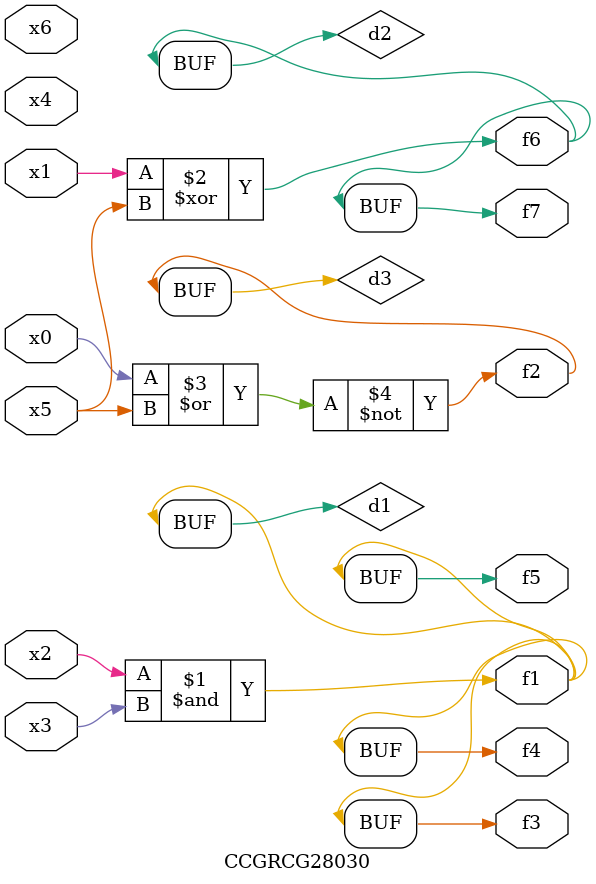
<source format=v>
module CCGRCG28030(
	input x0, x1, x2, x3, x4, x5, x6,
	output f1, f2, f3, f4, f5, f6, f7
);

	wire d1, d2, d3;

	and (d1, x2, x3);
	xor (d2, x1, x5);
	nor (d3, x0, x5);
	assign f1 = d1;
	assign f2 = d3;
	assign f3 = d1;
	assign f4 = d1;
	assign f5 = d1;
	assign f6 = d2;
	assign f7 = d2;
endmodule

</source>
